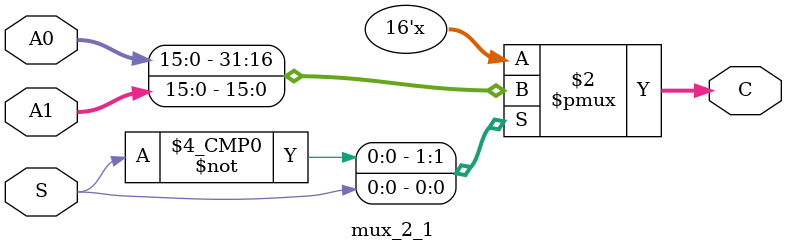
<source format=sv>

module mux_2_1
#(parameter DATA_WIDTH = 16)
(   input logic  [DATA_WIDTH - 1:0]  A0,
    input logic  [DATA_WIDTH - 1:0]  A1,
    input logic                      S,
    
    output logic [DATA_WIDTH - 1:0]  C
    );
    
always_comb
begin: case_process

case (S)
 1'b0 : C = A0;
 1'b1 : C = A1;
 default : C = {(DATA_WIDTH){1'bX}};
 endcase
end
    
endmodule

</source>
